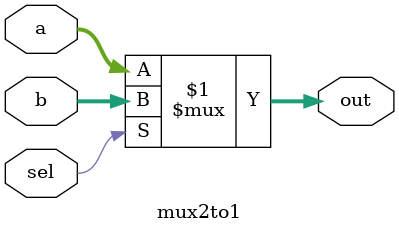
<source format=v>
`include "defines.v"

module mux2to1 #(parameter WIDTH = 32)(
  input [WIDTH-1:0] a,
  input [WIDTH-1:0] b,
  input sel,
  output [WIDTH-1:0] out
);
  assign out = (sel) ? b : a;
endmodule



</source>
